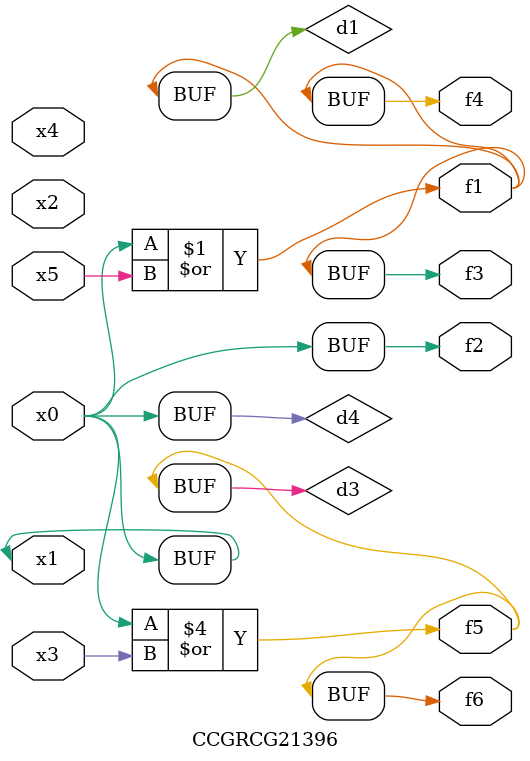
<source format=v>
module CCGRCG21396(
	input x0, x1, x2, x3, x4, x5,
	output f1, f2, f3, f4, f5, f6
);

	wire d1, d2, d3, d4;

	or (d1, x0, x5);
	xnor (d2, x1, x4);
	or (d3, x0, x3);
	buf (d4, x0, x1);
	assign f1 = d1;
	assign f2 = d4;
	assign f3 = d1;
	assign f4 = d1;
	assign f5 = d3;
	assign f6 = d3;
endmodule

</source>
